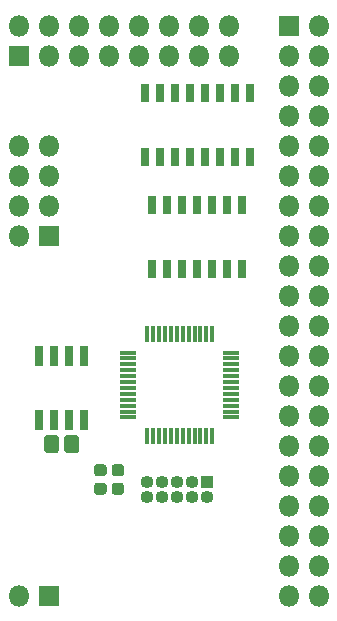
<source format=gts>
G04 #@! TF.GenerationSoftware,KiCad,Pcbnew,5.0.0-rc2-unknown-dd436b6~65~ubuntu18.04.1*
G04 #@! TF.CreationDate,2018-06-27T22:19:06+02:00*
G04 #@! TF.ProjectId,raspi3-4xWS2812-lvds,7261737069332D34785753323831322D,rev?*
G04 #@! TF.SameCoordinates,Original*
G04 #@! TF.FileFunction,Soldermask,Top*
G04 #@! TF.FilePolarity,Negative*
%FSLAX46Y46*%
G04 Gerber Fmt 4.6, Leading zero omitted, Abs format (unit mm)*
G04 Created by KiCad (PCBNEW 5.0.0-rc2-unknown-dd436b6~65~ubuntu18.04.1) date Wed Jun 27 22:19:06 2018*
%MOMM*%
%LPD*%
G01*
G04 APERTURE LIST*
%ADD10R,1.101600X1.101600*%
%ADD11O,1.101600X1.101600*%
%ADD12R,1.801600X1.801600*%
%ADD13O,1.801600X1.801600*%
%ADD14R,0.701600X1.601600*%
%ADD15C,0.100000*%
%ADD16C,0.976600*%
%ADD17C,1.251600*%
%ADD18R,1.401600X0.351600*%
%ADD19R,0.351600X1.401600*%
%ADD20R,0.701600X1.651600*%
G04 APERTURE END LIST*
D10*
G04 #@! TO.C,J1*
X102300000Y-90700000D03*
D11*
X102300000Y-91970000D03*
X101030000Y-90700000D03*
X101030000Y-91970000D03*
X99760000Y-90700000D03*
X99760000Y-91970000D03*
X98490000Y-90700000D03*
X98490000Y-91970000D03*
X97220000Y-90700000D03*
X97220000Y-91970000D03*
G04 #@! TD*
D12*
G04 #@! TO.C,J3*
X86360000Y-54610000D03*
D13*
X86360000Y-52070000D03*
X88900000Y-54610000D03*
X88900000Y-52070000D03*
X91440000Y-54610000D03*
X91440000Y-52070000D03*
X93980000Y-54610000D03*
X93980000Y-52070000D03*
X96520000Y-54610000D03*
X96520000Y-52070000D03*
X99060000Y-54610000D03*
X99060000Y-52070000D03*
X101600000Y-54610000D03*
X101600000Y-52070000D03*
X104140000Y-54610000D03*
X104140000Y-52070000D03*
G04 #@! TD*
D14*
G04 #@! TO.C,U4*
X97690000Y-72700000D03*
X98960000Y-72700000D03*
X100230000Y-72700000D03*
X101500000Y-72700000D03*
X102770000Y-72700000D03*
X104040000Y-72700000D03*
X105310000Y-72700000D03*
X105310000Y-67300000D03*
X104040000Y-67300000D03*
X102770000Y-67300000D03*
X101500000Y-67300000D03*
X100230000Y-67300000D03*
X98960000Y-67300000D03*
X97690000Y-67300000D03*
G04 #@! TD*
D15*
G04 #@! TO.C,D1*
G36*
X93583581Y-89225376D02*
X93607281Y-89228891D01*
X93630523Y-89234713D01*
X93653082Y-89242785D01*
X93674742Y-89253029D01*
X93695292Y-89265347D01*
X93714537Y-89279619D01*
X93732290Y-89295710D01*
X93748381Y-89313463D01*
X93762653Y-89332708D01*
X93774971Y-89353258D01*
X93785215Y-89374918D01*
X93793287Y-89397477D01*
X93799109Y-89420719D01*
X93802624Y-89444419D01*
X93803800Y-89468350D01*
X93803800Y-89956650D01*
X93802624Y-89980581D01*
X93799109Y-90004281D01*
X93793287Y-90027523D01*
X93785215Y-90050082D01*
X93774971Y-90071742D01*
X93762653Y-90092292D01*
X93748381Y-90111537D01*
X93732290Y-90129290D01*
X93714537Y-90145381D01*
X93695292Y-90159653D01*
X93674742Y-90171971D01*
X93653082Y-90182215D01*
X93630523Y-90190287D01*
X93607281Y-90196109D01*
X93583581Y-90199624D01*
X93559650Y-90200800D01*
X92996350Y-90200800D01*
X92972419Y-90199624D01*
X92948719Y-90196109D01*
X92925477Y-90190287D01*
X92902918Y-90182215D01*
X92881258Y-90171971D01*
X92860708Y-90159653D01*
X92841463Y-90145381D01*
X92823710Y-90129290D01*
X92807619Y-90111537D01*
X92793347Y-90092292D01*
X92781029Y-90071742D01*
X92770785Y-90050082D01*
X92762713Y-90027523D01*
X92756891Y-90004281D01*
X92753376Y-89980581D01*
X92752200Y-89956650D01*
X92752200Y-89468350D01*
X92753376Y-89444419D01*
X92756891Y-89420719D01*
X92762713Y-89397477D01*
X92770785Y-89374918D01*
X92781029Y-89353258D01*
X92793347Y-89332708D01*
X92807619Y-89313463D01*
X92823710Y-89295710D01*
X92841463Y-89279619D01*
X92860708Y-89265347D01*
X92881258Y-89253029D01*
X92902918Y-89242785D01*
X92925477Y-89234713D01*
X92948719Y-89228891D01*
X92972419Y-89225376D01*
X92996350Y-89224200D01*
X93559650Y-89224200D01*
X93583581Y-89225376D01*
X93583581Y-89225376D01*
G37*
D16*
X93278000Y-89712500D03*
D15*
G36*
X93583581Y-90800376D02*
X93607281Y-90803891D01*
X93630523Y-90809713D01*
X93653082Y-90817785D01*
X93674742Y-90828029D01*
X93695292Y-90840347D01*
X93714537Y-90854619D01*
X93732290Y-90870710D01*
X93748381Y-90888463D01*
X93762653Y-90907708D01*
X93774971Y-90928258D01*
X93785215Y-90949918D01*
X93793287Y-90972477D01*
X93799109Y-90995719D01*
X93802624Y-91019419D01*
X93803800Y-91043350D01*
X93803800Y-91531650D01*
X93802624Y-91555581D01*
X93799109Y-91579281D01*
X93793287Y-91602523D01*
X93785215Y-91625082D01*
X93774971Y-91646742D01*
X93762653Y-91667292D01*
X93748381Y-91686537D01*
X93732290Y-91704290D01*
X93714537Y-91720381D01*
X93695292Y-91734653D01*
X93674742Y-91746971D01*
X93653082Y-91757215D01*
X93630523Y-91765287D01*
X93607281Y-91771109D01*
X93583581Y-91774624D01*
X93559650Y-91775800D01*
X92996350Y-91775800D01*
X92972419Y-91774624D01*
X92948719Y-91771109D01*
X92925477Y-91765287D01*
X92902918Y-91757215D01*
X92881258Y-91746971D01*
X92860708Y-91734653D01*
X92841463Y-91720381D01*
X92823710Y-91704290D01*
X92807619Y-91686537D01*
X92793347Y-91667292D01*
X92781029Y-91646742D01*
X92770785Y-91625082D01*
X92762713Y-91602523D01*
X92756891Y-91579281D01*
X92753376Y-91555581D01*
X92752200Y-91531650D01*
X92752200Y-91043350D01*
X92753376Y-91019419D01*
X92756891Y-90995719D01*
X92762713Y-90972477D01*
X92770785Y-90949918D01*
X92781029Y-90928258D01*
X92793347Y-90907708D01*
X92807619Y-90888463D01*
X92823710Y-90870710D01*
X92841463Y-90854619D01*
X92860708Y-90840347D01*
X92881258Y-90828029D01*
X92902918Y-90817785D01*
X92925477Y-90809713D01*
X92948719Y-90803891D01*
X92972419Y-90800376D01*
X92996350Y-90799200D01*
X93559650Y-90799200D01*
X93583581Y-90800376D01*
X93583581Y-90800376D01*
G37*
D16*
X93278000Y-91287500D03*
G04 #@! TD*
D15*
G04 #@! TO.C,D2*
G36*
X95055581Y-90800376D02*
X95079281Y-90803891D01*
X95102523Y-90809713D01*
X95125082Y-90817785D01*
X95146742Y-90828029D01*
X95167292Y-90840347D01*
X95186537Y-90854619D01*
X95204290Y-90870710D01*
X95220381Y-90888463D01*
X95234653Y-90907708D01*
X95246971Y-90928258D01*
X95257215Y-90949918D01*
X95265287Y-90972477D01*
X95271109Y-90995719D01*
X95274624Y-91019419D01*
X95275800Y-91043350D01*
X95275800Y-91531650D01*
X95274624Y-91555581D01*
X95271109Y-91579281D01*
X95265287Y-91602523D01*
X95257215Y-91625082D01*
X95246971Y-91646742D01*
X95234653Y-91667292D01*
X95220381Y-91686537D01*
X95204290Y-91704290D01*
X95186537Y-91720381D01*
X95167292Y-91734653D01*
X95146742Y-91746971D01*
X95125082Y-91757215D01*
X95102523Y-91765287D01*
X95079281Y-91771109D01*
X95055581Y-91774624D01*
X95031650Y-91775800D01*
X94468350Y-91775800D01*
X94444419Y-91774624D01*
X94420719Y-91771109D01*
X94397477Y-91765287D01*
X94374918Y-91757215D01*
X94353258Y-91746971D01*
X94332708Y-91734653D01*
X94313463Y-91720381D01*
X94295710Y-91704290D01*
X94279619Y-91686537D01*
X94265347Y-91667292D01*
X94253029Y-91646742D01*
X94242785Y-91625082D01*
X94234713Y-91602523D01*
X94228891Y-91579281D01*
X94225376Y-91555581D01*
X94224200Y-91531650D01*
X94224200Y-91043350D01*
X94225376Y-91019419D01*
X94228891Y-90995719D01*
X94234713Y-90972477D01*
X94242785Y-90949918D01*
X94253029Y-90928258D01*
X94265347Y-90907708D01*
X94279619Y-90888463D01*
X94295710Y-90870710D01*
X94313463Y-90854619D01*
X94332708Y-90840347D01*
X94353258Y-90828029D01*
X94374918Y-90817785D01*
X94397477Y-90809713D01*
X94420719Y-90803891D01*
X94444419Y-90800376D01*
X94468350Y-90799200D01*
X95031650Y-90799200D01*
X95055581Y-90800376D01*
X95055581Y-90800376D01*
G37*
D16*
X94750000Y-91287500D03*
D15*
G36*
X95055581Y-89225376D02*
X95079281Y-89228891D01*
X95102523Y-89234713D01*
X95125082Y-89242785D01*
X95146742Y-89253029D01*
X95167292Y-89265347D01*
X95186537Y-89279619D01*
X95204290Y-89295710D01*
X95220381Y-89313463D01*
X95234653Y-89332708D01*
X95246971Y-89353258D01*
X95257215Y-89374918D01*
X95265287Y-89397477D01*
X95271109Y-89420719D01*
X95274624Y-89444419D01*
X95275800Y-89468350D01*
X95275800Y-89956650D01*
X95274624Y-89980581D01*
X95271109Y-90004281D01*
X95265287Y-90027523D01*
X95257215Y-90050082D01*
X95246971Y-90071742D01*
X95234653Y-90092292D01*
X95220381Y-90111537D01*
X95204290Y-90129290D01*
X95186537Y-90145381D01*
X95167292Y-90159653D01*
X95146742Y-90171971D01*
X95125082Y-90182215D01*
X95102523Y-90190287D01*
X95079281Y-90196109D01*
X95055581Y-90199624D01*
X95031650Y-90200800D01*
X94468350Y-90200800D01*
X94444419Y-90199624D01*
X94420719Y-90196109D01*
X94397477Y-90190287D01*
X94374918Y-90182215D01*
X94353258Y-90171971D01*
X94332708Y-90159653D01*
X94313463Y-90145381D01*
X94295710Y-90129290D01*
X94279619Y-90111537D01*
X94265347Y-90092292D01*
X94253029Y-90071742D01*
X94242785Y-90050082D01*
X94234713Y-90027523D01*
X94228891Y-90004281D01*
X94225376Y-89980581D01*
X94224200Y-89956650D01*
X94224200Y-89468350D01*
X94225376Y-89444419D01*
X94228891Y-89420719D01*
X94234713Y-89397477D01*
X94242785Y-89374918D01*
X94253029Y-89353258D01*
X94265347Y-89332708D01*
X94279619Y-89313463D01*
X94295710Y-89295710D01*
X94313463Y-89279619D01*
X94332708Y-89265347D01*
X94353258Y-89253029D01*
X94374918Y-89242785D01*
X94397477Y-89234713D01*
X94420719Y-89228891D01*
X94444419Y-89225376D01*
X94468350Y-89224200D01*
X95031650Y-89224200D01*
X95055581Y-89225376D01*
X95055581Y-89225376D01*
G37*
D16*
X94750000Y-89712500D03*
G04 #@! TD*
D12*
G04 #@! TO.C,J2*
X109220000Y-52070000D03*
D13*
X111760000Y-52070000D03*
X109220000Y-54610000D03*
X111760000Y-54610000D03*
X109220000Y-57150000D03*
X111760000Y-57150000D03*
X109220000Y-59690000D03*
X111760000Y-59690000D03*
X109220000Y-62230000D03*
X111760000Y-62230000D03*
X109220000Y-64770000D03*
X111760000Y-64770000D03*
X109220000Y-67310000D03*
X111760000Y-67310000D03*
X109220000Y-69850000D03*
X111760000Y-69850000D03*
X109220000Y-72390000D03*
X111760000Y-72390000D03*
X109220000Y-74930000D03*
X111760000Y-74930000D03*
X109220000Y-77470000D03*
X111760000Y-77470000D03*
X109220000Y-80010000D03*
X111760000Y-80010000D03*
X109220000Y-82550000D03*
X111760000Y-82550000D03*
X109220000Y-85090000D03*
X111760000Y-85090000D03*
X109220000Y-87630000D03*
X111760000Y-87630000D03*
X109220000Y-90170000D03*
X111760000Y-90170000D03*
X109220000Y-92710000D03*
X111760000Y-92710000D03*
X109220000Y-95250000D03*
X111760000Y-95250000D03*
X109220000Y-97790000D03*
X111760000Y-97790000D03*
X109220000Y-100330000D03*
X111760000Y-100330000D03*
G04 #@! TD*
D12*
G04 #@! TO.C,J4*
X88900000Y-69850000D03*
D13*
X86360000Y-69850000D03*
X88900000Y-67310000D03*
X86360000Y-67310000D03*
X88900000Y-64770000D03*
X86360000Y-64770000D03*
X88900000Y-62230000D03*
X86360000Y-62230000D03*
G04 #@! TD*
D12*
G04 #@! TO.C,J5*
X88900000Y-100330000D03*
D13*
X86360000Y-100330000D03*
G04 #@! TD*
D15*
G04 #@! TO.C,R14*
G36*
X91230383Y-86750510D02*
X91256795Y-86754428D01*
X91282696Y-86760916D01*
X91307837Y-86769911D01*
X91331974Y-86781328D01*
X91354877Y-86795055D01*
X91376324Y-86810961D01*
X91396108Y-86828892D01*
X91414039Y-86848676D01*
X91429945Y-86870123D01*
X91443672Y-86893026D01*
X91455089Y-86917163D01*
X91464084Y-86942304D01*
X91470572Y-86968205D01*
X91474490Y-86994617D01*
X91475800Y-87021286D01*
X91475800Y-87978714D01*
X91474490Y-88005383D01*
X91470572Y-88031795D01*
X91464084Y-88057696D01*
X91455089Y-88082837D01*
X91443672Y-88106974D01*
X91429945Y-88129877D01*
X91414039Y-88151324D01*
X91396108Y-88171108D01*
X91376324Y-88189039D01*
X91354877Y-88204945D01*
X91331974Y-88218672D01*
X91307837Y-88230089D01*
X91282696Y-88239084D01*
X91256795Y-88245572D01*
X91230383Y-88249490D01*
X91203714Y-88250800D01*
X90496286Y-88250800D01*
X90469617Y-88249490D01*
X90443205Y-88245572D01*
X90417304Y-88239084D01*
X90392163Y-88230089D01*
X90368026Y-88218672D01*
X90345123Y-88204945D01*
X90323676Y-88189039D01*
X90303892Y-88171108D01*
X90285961Y-88151324D01*
X90270055Y-88129877D01*
X90256328Y-88106974D01*
X90244911Y-88082837D01*
X90235916Y-88057696D01*
X90229428Y-88031795D01*
X90225510Y-88005383D01*
X90224200Y-87978714D01*
X90224200Y-87021286D01*
X90225510Y-86994617D01*
X90229428Y-86968205D01*
X90235916Y-86942304D01*
X90244911Y-86917163D01*
X90256328Y-86893026D01*
X90270055Y-86870123D01*
X90285961Y-86848676D01*
X90303892Y-86828892D01*
X90323676Y-86810961D01*
X90345123Y-86795055D01*
X90368026Y-86781328D01*
X90392163Y-86769911D01*
X90417304Y-86760916D01*
X90443205Y-86754428D01*
X90469617Y-86750510D01*
X90496286Y-86749200D01*
X91203714Y-86749200D01*
X91230383Y-86750510D01*
X91230383Y-86750510D01*
G37*
D17*
X90850000Y-87500000D03*
D15*
G36*
X89530383Y-86750510D02*
X89556795Y-86754428D01*
X89582696Y-86760916D01*
X89607837Y-86769911D01*
X89631974Y-86781328D01*
X89654877Y-86795055D01*
X89676324Y-86810961D01*
X89696108Y-86828892D01*
X89714039Y-86848676D01*
X89729945Y-86870123D01*
X89743672Y-86893026D01*
X89755089Y-86917163D01*
X89764084Y-86942304D01*
X89770572Y-86968205D01*
X89774490Y-86994617D01*
X89775800Y-87021286D01*
X89775800Y-87978714D01*
X89774490Y-88005383D01*
X89770572Y-88031795D01*
X89764084Y-88057696D01*
X89755089Y-88082837D01*
X89743672Y-88106974D01*
X89729945Y-88129877D01*
X89714039Y-88151324D01*
X89696108Y-88171108D01*
X89676324Y-88189039D01*
X89654877Y-88204945D01*
X89631974Y-88218672D01*
X89607837Y-88230089D01*
X89582696Y-88239084D01*
X89556795Y-88245572D01*
X89530383Y-88249490D01*
X89503714Y-88250800D01*
X88796286Y-88250800D01*
X88769617Y-88249490D01*
X88743205Y-88245572D01*
X88717304Y-88239084D01*
X88692163Y-88230089D01*
X88668026Y-88218672D01*
X88645123Y-88204945D01*
X88623676Y-88189039D01*
X88603892Y-88171108D01*
X88585961Y-88151324D01*
X88570055Y-88129877D01*
X88556328Y-88106974D01*
X88544911Y-88082837D01*
X88535916Y-88057696D01*
X88529428Y-88031795D01*
X88525510Y-88005383D01*
X88524200Y-87978714D01*
X88524200Y-87021286D01*
X88525510Y-86994617D01*
X88529428Y-86968205D01*
X88535916Y-86942304D01*
X88544911Y-86917163D01*
X88556328Y-86893026D01*
X88570055Y-86870123D01*
X88585961Y-86848676D01*
X88603892Y-86828892D01*
X88623676Y-86810961D01*
X88645123Y-86795055D01*
X88668026Y-86781328D01*
X88692163Y-86769911D01*
X88717304Y-86760916D01*
X88743205Y-86754428D01*
X88769617Y-86750510D01*
X88796286Y-86749200D01*
X89503714Y-86749200D01*
X89530383Y-86750510D01*
X89530383Y-86750510D01*
G37*
D17*
X89150000Y-87500000D03*
G04 #@! TD*
D18*
G04 #@! TO.C,U1*
X104350000Y-85250000D03*
X104350000Y-84750000D03*
X104350000Y-84250000D03*
X104350000Y-83750000D03*
X104350000Y-83250000D03*
X104350000Y-82750000D03*
X104350000Y-82250000D03*
X104350000Y-81750000D03*
X104350000Y-81250000D03*
X104350000Y-80750000D03*
X104350000Y-80250000D03*
X104350000Y-79750000D03*
D19*
X102750000Y-78150000D03*
X102250000Y-78150000D03*
X101750000Y-78150000D03*
X101250000Y-78150000D03*
X100750000Y-78150000D03*
X100250000Y-78150000D03*
X99750000Y-78150000D03*
X99250000Y-78150000D03*
X98750000Y-78150000D03*
X98250000Y-78150000D03*
X97750000Y-78150000D03*
X97250000Y-78150000D03*
D18*
X95650000Y-79750000D03*
X95650000Y-80250000D03*
X95650000Y-80750000D03*
X95650000Y-81250000D03*
X95650000Y-81750000D03*
X95650000Y-82250000D03*
X95650000Y-82750000D03*
X95650000Y-83250000D03*
X95650000Y-83750000D03*
X95650000Y-84250000D03*
X95650000Y-84750000D03*
X95650000Y-85250000D03*
D19*
X97250000Y-86850000D03*
X97750000Y-86850000D03*
X98250000Y-86850000D03*
X98750000Y-86850000D03*
X99250000Y-86850000D03*
X99750000Y-86850000D03*
X100250000Y-86850000D03*
X100750000Y-86850000D03*
X101250000Y-86850000D03*
X101750000Y-86850000D03*
X102250000Y-86850000D03*
X102750000Y-86850000D03*
G04 #@! TD*
D14*
G04 #@! TO.C,U2*
X97055000Y-63200000D03*
X98325000Y-63200000D03*
X99595000Y-63200000D03*
X100865000Y-63200000D03*
X102135000Y-63200000D03*
X103405000Y-63200000D03*
X104675000Y-63200000D03*
X105945000Y-63200000D03*
X105945000Y-57800000D03*
X104675000Y-57800000D03*
X103405000Y-57800000D03*
X102135000Y-57800000D03*
X100865000Y-57800000D03*
X99595000Y-57800000D03*
X98325000Y-57800000D03*
X97055000Y-57800000D03*
G04 #@! TD*
D20*
G04 #@! TO.C,U3*
X91905000Y-80050000D03*
X90635000Y-80050000D03*
X89365000Y-80050000D03*
X88095000Y-80050000D03*
X88095000Y-85450000D03*
X89365000Y-85450000D03*
X90635000Y-85450000D03*
X91905000Y-85450000D03*
G04 #@! TD*
M02*

</source>
